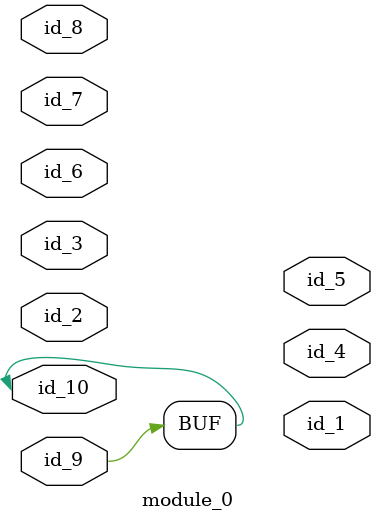
<source format=v>
module module_0 (
    id_1,
    id_2,
    id_3,
    id_4,
    id_5,
    id_6,
    id_7,
    id_8,
    id_9,
    id_10
);
  inout id_10;
  input id_9;
  input id_8;
  input id_7;
  inout id_6;
  output id_5;
  output id_4;
  inout id_3;
  inout id_2;
  output id_1;
  assign {1 & id_6 & 1'h0, id_9 || 1'd0} = id_10;
endmodule

</source>
